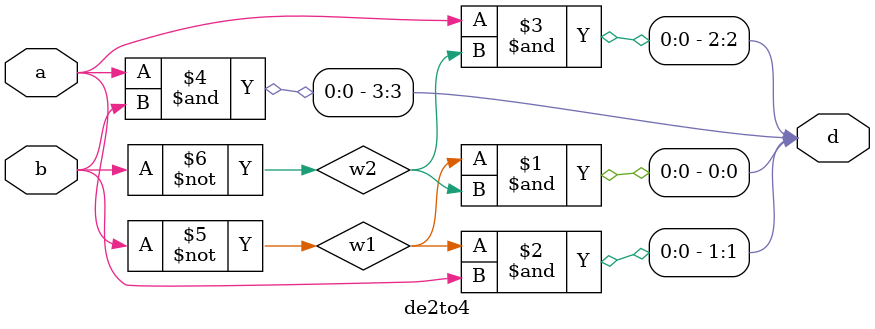
<source format=v>
module de2to4_test;
reg a,b;
wire [0:3] d;
de2to4 aa(.a(a),.b(b),.d(d));
initial begin
  #0 a=0; b=0;
  #10 a=0; b=1;
  #10 a=1;b=0;
  #10 a=1;b=1;
end
initial begin
    $display("2:4 Decoder (Structural) -- HEM -- 2020503007");
  $monitor("A = %b,B = %b, Out: D[0]=%b, D[1]=%b, D[2]=%b, D[3]=%b",a,b,d[0],d[1],d[2],d[3]);
end
endmodule

module de2to4(a,b,d);
input a,b;
output [0:3] d;
wire w1,w2;
not n1(w1,a);
not n2(w2,b);
and a1(d[0],w1,w2);
and a2(d[1],w1,b);
and a3(d[2],a,w2);
and a4(d[3],a,b);
endmodule
</source>
